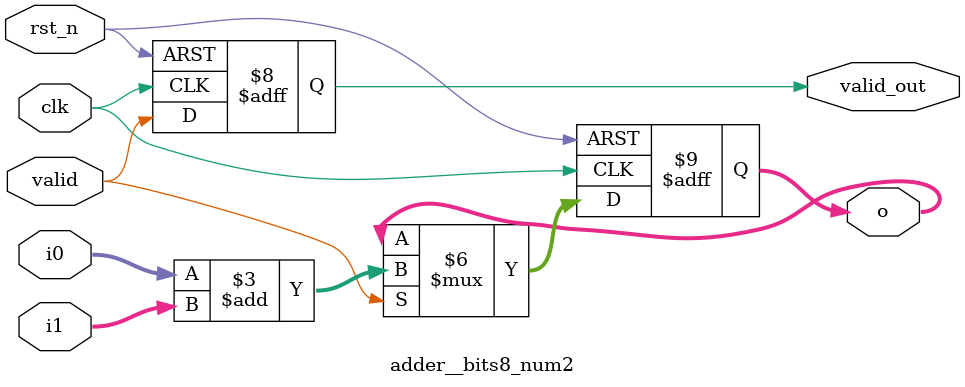
<source format=sv>
module adder__bits8_num2 (
    input logic clk,
    input logic rst_n,
    input logic valid,
    input logic [7:0] i0,
    input logic [7:0] i1,
    output logic [7:0] o,
    output logic valid_out
);

    // adder module parameters:
    //  * clk = clk_arst() (p2v_clock) # None
    //  * bits = 8 (int) #  data width
    //  * num = 2 (int) #  number of inputs

    always_ff @(posedge clk or negedge rst_n)
        if (!rst_n) o <= 8'd0;
        else if (valid) o <= (i0 + i1);

    always_ff @(posedge clk or negedge rst_n)
        if (!rst_n) valid_out <= 1'd0;
        else valid_out <= valid;


endmodule

</source>
